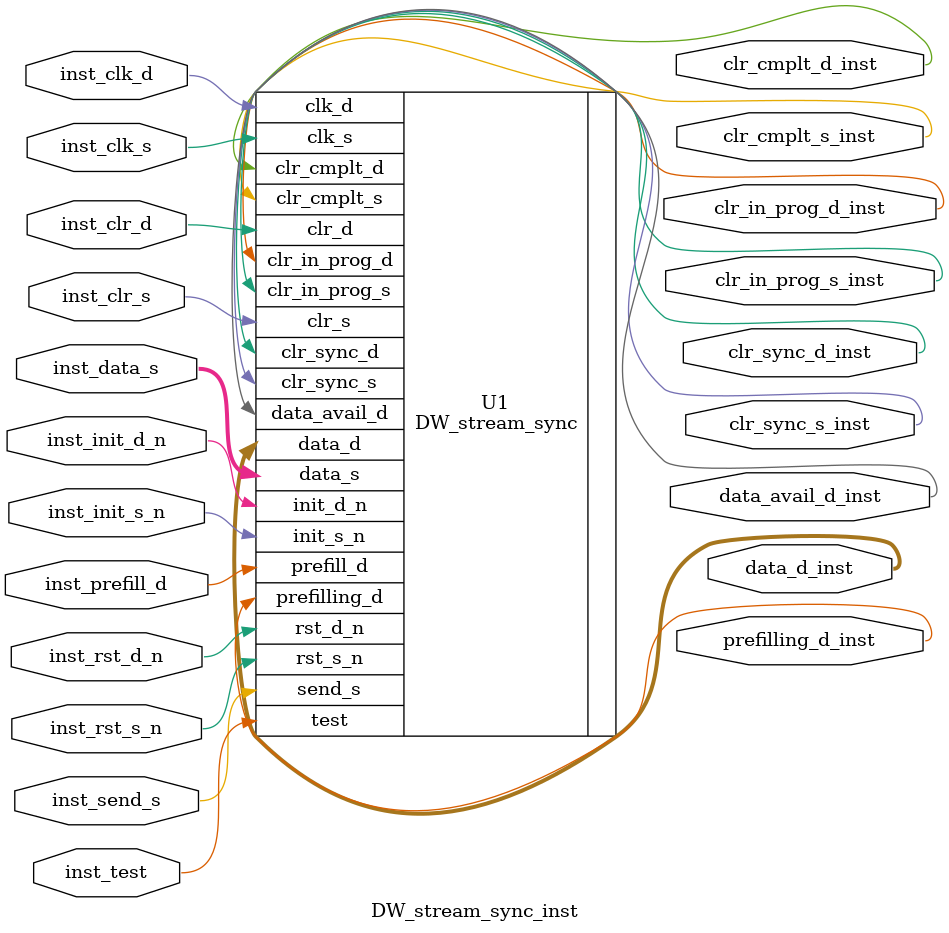
<source format=v>
module DW_stream_sync_inst( inst_clk_s, inst_rst_s_n, inst_init_s_n, 
	inst_clr_s, inst_send_s, inst_data_s,
	clr_sync_s_inst, clr_in_prog_s_inst, clr_cmplt_s_inst,
	inst_clk_d, inst_rst_d_n, inst_init_d_n, inst_clr_d, inst_prefill_d,
	clr_in_prog_d_inst, clr_sync_d_inst, clr_cmplt_d_inst, 
	data_avail_d_inst, data_d_inst, prefilling_d_inst, inst_test );

parameter width        = 8;  // RANGE 1 to 1024
parameter depth        = 4;  // RANGE 2 to 256
parameter prefill_lvl  = 0;  // RANGE 0 to 255
parameter f_sync_type  = 2;  // RANGE 0 to 3
parameter reg_stat     = 1;  // RANGE 0 to 1
parameter tst_mode     = 0;  // RANGE 0 to 1
parameter verif_en     = 2;  // RANGE 0 to 2
parameter r_sync_type  = 2;  // RANGE 0 to 3
parameter clk_d_faster = 1;  // RANGE 0 to 15
parameter reg_in_prog  = 1;  // RANGE 0 to 1



input inst_clk_s;
input inst_rst_s_n;
input inst_init_s_n;
input inst_clr_s;
input inst_send_s;
input [width-1 : 0] inst_data_s;
output clr_sync_s_inst;
output clr_in_prog_s_inst;
output clr_cmplt_s_inst;

input inst_clk_d;
input inst_rst_d_n;
input inst_init_d_n;
input inst_clr_d;
input inst_prefill_d;
output clr_in_prog_d_inst;
output clr_sync_d_inst;
output clr_cmplt_d_inst;
output data_avail_d_inst;
output [width-1 : 0] data_d_inst;
output prefilling_d_inst;

input inst_test;


// Instance of DW_stream_sync
DW_stream_sync #(width, depth, prefill_lvl, f_sync_type, reg_stat, tst_mode, verif_en, r_sync_type, clk_d_faster, reg_in_prog) U1 (
            .clk_s(inst_clk_s),
            .rst_s_n(inst_rst_s_n),
            .init_s_n(inst_init_s_n),
            .clr_s(inst_clr_s),
            .send_s(inst_send_s),
            .data_s(inst_data_s),
            .clr_sync_s(clr_sync_s_inst),
            .clr_in_prog_s(clr_in_prog_s_inst),
            .clr_cmplt_s(clr_cmplt_s_inst),

            .clk_d(inst_clk_d),
            .rst_d_n(inst_rst_d_n),
            .init_d_n(inst_init_d_n),
            .clr_d(inst_clr_d),
            .prefill_d(inst_prefill_d),
            .clr_in_prog_d(clr_in_prog_d_inst),
            .clr_sync_d(clr_sync_d_inst),
            .clr_cmplt_d(clr_cmplt_d_inst),
            .data_avail_d(data_avail_d_inst),
            .data_d(data_d_inst),
            .prefilling_d(prefilling_d_inst),

            .test(inst_test)
            );

endmodule


</source>
